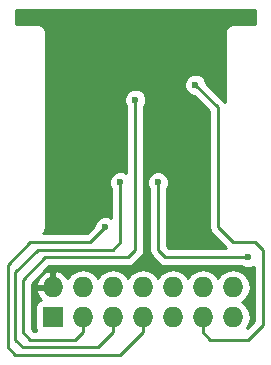
<source format=gbr>
G04 #@! TF.FileFunction,Copper,L2,Bot,Signal*
%FSLAX46Y46*%
G04 Gerber Fmt 4.6, Leading zero omitted, Abs format (unit mm)*
G04 Created by KiCad (PCBNEW 0.201506122246+5743~23~ubuntu14.04.1-product) date Mon 22 Jun 2015 14:25:25 BST*
%MOMM*%
G01*
G04 APERTURE LIST*
%ADD10C,0.100000*%
%ADD11R,1.727200X1.727200*%
%ADD12O,1.727200X1.727200*%
%ADD13C,0.600000*%
%ADD14C,0.250000*%
%ADD15C,0.254000*%
G04 APERTURE END LIST*
D10*
D11*
X39370000Y-59690000D03*
D12*
X39370000Y-57150000D03*
X41910000Y-59690000D03*
X41910000Y-57150000D03*
X44450000Y-59690000D03*
X44450000Y-57150000D03*
X46990000Y-59690000D03*
X46990000Y-57150000D03*
X49530000Y-59690000D03*
X49530000Y-57150000D03*
X52070000Y-59690000D03*
X52070000Y-57150000D03*
X54610000Y-59690000D03*
X54610000Y-57150000D03*
D13*
X46355000Y-41275000D03*
X45085000Y-48260000D03*
X43815000Y-52070000D03*
X55880000Y-54610000D03*
X48260000Y-48260000D03*
X51435000Y-40005000D03*
D14*
X45720000Y-54610000D02*
X46355000Y-53975000D01*
X43815000Y-54610000D02*
X45720000Y-54610000D01*
X41910000Y-59690000D02*
X41910000Y-60960000D01*
X36830000Y-56515000D02*
X38735000Y-54610000D01*
X36830000Y-60960000D02*
X36830000Y-56515000D01*
X37465000Y-61595000D02*
X36830000Y-60960000D01*
X38100000Y-61595000D02*
X37465000Y-61595000D01*
X41275000Y-61595000D02*
X38100000Y-61595000D01*
X41910000Y-60960000D02*
X41275000Y-61595000D01*
X38735000Y-54610000D02*
X43815000Y-54610000D01*
X46355000Y-53975000D02*
X46355000Y-41275000D01*
X45085000Y-53340000D02*
X45085000Y-48260000D01*
X36195000Y-55880000D02*
X38100000Y-53975000D01*
X44450000Y-60960000D02*
X43180000Y-62230000D01*
X43180000Y-62230000D02*
X37465000Y-62230000D01*
X37465000Y-62230000D02*
X36830000Y-62230000D01*
X36830000Y-62230000D02*
X36195000Y-61595000D01*
X36195000Y-61595000D02*
X36195000Y-55880000D01*
X44450000Y-59690000D02*
X44450000Y-60960000D01*
X42995002Y-53975000D02*
X44450000Y-53975000D01*
X38100000Y-53975000D02*
X42995002Y-53975000D01*
X44450000Y-53975000D02*
X45085000Y-53340000D01*
X42545000Y-53340000D02*
X37465000Y-53340000D01*
X46990000Y-59690000D02*
X46990000Y-60960000D01*
X35560000Y-62230000D02*
X35560000Y-55245000D01*
X36195000Y-62865000D02*
X35560000Y-62230000D01*
X36830000Y-62865000D02*
X36195000Y-62865000D01*
X45085000Y-62865000D02*
X36830000Y-62865000D01*
X46990000Y-60960000D02*
X45085000Y-62865000D01*
X35560000Y-55245000D02*
X37465000Y-53340000D01*
X43815000Y-52070000D02*
X42545000Y-53340000D01*
X55245000Y-54610000D02*
X48895000Y-54610000D01*
X48260000Y-48260000D02*
X48260000Y-53975000D01*
X48895000Y-54610000D02*
X48260000Y-53975000D01*
X55245000Y-54610000D02*
X55880000Y-54610000D01*
X57150000Y-60325000D02*
X57150000Y-53975000D01*
X57150000Y-53975000D02*
X56515000Y-53340000D01*
X56515000Y-53340000D02*
X55880000Y-53340000D01*
X53340000Y-52070000D02*
X54610000Y-53340000D01*
X52070000Y-60960000D02*
X52705000Y-61595000D01*
X52705000Y-61595000D02*
X55880000Y-61595000D01*
X55880000Y-61595000D02*
X57150000Y-60325000D01*
X53340000Y-52070000D02*
X53340000Y-41910000D01*
X53340000Y-41910000D02*
X51435000Y-40005000D01*
X52070000Y-59690000D02*
X52070000Y-60960000D01*
X54610000Y-53340000D02*
X55880000Y-53340000D01*
X57150000Y-60325000D02*
X57150000Y-60325000D01*
D15*
G36*
X56465000Y-34875000D02*
X56465000Y-34875000D01*
X54610000Y-34875000D01*
X54347862Y-34927143D01*
X54125632Y-35075632D01*
X53977143Y-35297862D01*
X53925000Y-35560000D01*
X53925000Y-41443836D01*
X53877401Y-41372599D01*
X52370122Y-39865320D01*
X52370162Y-39819833D01*
X52228117Y-39476057D01*
X51965327Y-39212808D01*
X51621799Y-39070162D01*
X51249833Y-39069838D01*
X50906057Y-39211883D01*
X50642808Y-39474673D01*
X50500162Y-39818201D01*
X50499838Y-40190167D01*
X50641883Y-40533943D01*
X50904673Y-40797192D01*
X51248201Y-40939838D01*
X51295077Y-40939879D01*
X52580000Y-42224802D01*
X52580000Y-52070000D01*
X52637852Y-52360839D01*
X52802599Y-52607401D01*
X54045198Y-53850000D01*
X49209802Y-53850000D01*
X49020000Y-53660198D01*
X49020000Y-48822463D01*
X49052192Y-48790327D01*
X49194838Y-48446799D01*
X49195162Y-48074833D01*
X49053117Y-47731057D01*
X48790327Y-47467808D01*
X48446799Y-47325162D01*
X48074833Y-47324838D01*
X47731057Y-47466883D01*
X47467808Y-47729673D01*
X47325162Y-48073201D01*
X47324838Y-48445167D01*
X47466883Y-48788943D01*
X47500000Y-48822118D01*
X47500000Y-53975000D01*
X47557852Y-54265839D01*
X47722599Y-54512401D01*
X48357599Y-55147401D01*
X48604161Y-55312148D01*
X48895000Y-55370000D01*
X55317537Y-55370000D01*
X55349673Y-55402192D01*
X55693201Y-55544838D01*
X56065167Y-55545162D01*
X56390000Y-55410944D01*
X56390000Y-60010198D01*
X55767335Y-60632863D01*
X55994526Y-60292848D01*
X56108600Y-59719359D01*
X56108600Y-59660641D01*
X55994526Y-59087152D01*
X55669670Y-58600971D01*
X55398828Y-58420000D01*
X55669670Y-58239029D01*
X55994526Y-57752848D01*
X56108600Y-57179359D01*
X56108600Y-57120641D01*
X55994526Y-56547152D01*
X55669670Y-56060971D01*
X55183489Y-55736115D01*
X54610000Y-55622041D01*
X54036511Y-55736115D01*
X53550330Y-56060971D01*
X53340000Y-56375752D01*
X53129670Y-56060971D01*
X52643489Y-55736115D01*
X52070000Y-55622041D01*
X51496511Y-55736115D01*
X51010330Y-56060971D01*
X50800000Y-56375752D01*
X50589670Y-56060971D01*
X50103489Y-55736115D01*
X49530000Y-55622041D01*
X48956511Y-55736115D01*
X48470330Y-56060971D01*
X48260000Y-56375752D01*
X48049670Y-56060971D01*
X47563489Y-55736115D01*
X46990000Y-55622041D01*
X46416511Y-55736115D01*
X45930330Y-56060971D01*
X45720000Y-56375752D01*
X45509670Y-56060971D01*
X45023489Y-55736115D01*
X44450000Y-55622041D01*
X43876511Y-55736115D01*
X43390330Y-56060971D01*
X43180000Y-56375752D01*
X42969670Y-56060971D01*
X42483489Y-55736115D01*
X41910000Y-55622041D01*
X41336511Y-55736115D01*
X40850330Y-56060971D01*
X40634336Y-56384228D01*
X40576821Y-56261510D01*
X40144947Y-55867312D01*
X39729026Y-55695042D01*
X39497000Y-55816183D01*
X39497000Y-57023000D01*
X39517000Y-57023000D01*
X39517000Y-57277000D01*
X39497000Y-57277000D01*
X39497000Y-57297000D01*
X39243000Y-57297000D01*
X39243000Y-57277000D01*
X38035531Y-57277000D01*
X37915032Y-57509027D01*
X38163179Y-58038490D01*
X38350264Y-58209254D01*
X38264277Y-58225937D01*
X38051473Y-58365727D01*
X37909023Y-58576760D01*
X37858960Y-58826400D01*
X37858960Y-60553600D01*
X37905937Y-60795723D01*
X37931738Y-60835000D01*
X37779802Y-60835000D01*
X37590000Y-60645198D01*
X37590000Y-56829802D01*
X38724760Y-55695042D01*
X39010974Y-55695042D01*
X38595053Y-55867312D01*
X38163179Y-56261510D01*
X37915032Y-56790973D01*
X38035531Y-57023000D01*
X39243000Y-57023000D01*
X39243000Y-55816183D01*
X39010974Y-55695042D01*
X38724760Y-55695042D01*
X39049802Y-55370000D01*
X45720000Y-55370000D01*
X46010839Y-55312148D01*
X46257401Y-55147401D01*
X46892401Y-54512401D01*
X47057148Y-54265839D01*
X47115000Y-53975000D01*
X47115000Y-41837463D01*
X47147192Y-41805327D01*
X47289838Y-41461799D01*
X47290162Y-41089833D01*
X47148117Y-40746057D01*
X46885327Y-40482808D01*
X46541799Y-40340162D01*
X46169833Y-40339838D01*
X45826057Y-40481883D01*
X45562808Y-40744673D01*
X45420162Y-41088201D01*
X45419838Y-41460167D01*
X45561883Y-41803943D01*
X45595000Y-41837118D01*
X45595000Y-47459367D01*
X45271799Y-47325162D01*
X44899833Y-47324838D01*
X44556057Y-47466883D01*
X44292808Y-47729673D01*
X44150162Y-48073201D01*
X44149838Y-48445167D01*
X44291883Y-48788943D01*
X44325000Y-48822118D01*
X44325000Y-51269367D01*
X44001799Y-51135162D01*
X43629833Y-51134838D01*
X43286057Y-51276883D01*
X43022808Y-51539673D01*
X42880162Y-51883201D01*
X42880121Y-51930077D01*
X42230198Y-52580000D01*
X38546007Y-52580000D01*
X38584368Y-52554368D01*
X38732857Y-52332138D01*
X38785000Y-52070000D01*
X38785000Y-35560000D01*
X38732857Y-35297862D01*
X38584368Y-35075632D01*
X38362138Y-34927143D01*
X38100000Y-34875000D01*
X36245000Y-34875000D01*
X36245000Y-33705000D01*
X56465000Y-33705000D01*
X56465000Y-34875000D01*
X56465000Y-34875000D01*
G37*
X56465000Y-34875000D02*
X56465000Y-34875000D01*
X54610000Y-34875000D01*
X54347862Y-34927143D01*
X54125632Y-35075632D01*
X53977143Y-35297862D01*
X53925000Y-35560000D01*
X53925000Y-41443836D01*
X53877401Y-41372599D01*
X52370122Y-39865320D01*
X52370162Y-39819833D01*
X52228117Y-39476057D01*
X51965327Y-39212808D01*
X51621799Y-39070162D01*
X51249833Y-39069838D01*
X50906057Y-39211883D01*
X50642808Y-39474673D01*
X50500162Y-39818201D01*
X50499838Y-40190167D01*
X50641883Y-40533943D01*
X50904673Y-40797192D01*
X51248201Y-40939838D01*
X51295077Y-40939879D01*
X52580000Y-42224802D01*
X52580000Y-52070000D01*
X52637852Y-52360839D01*
X52802599Y-52607401D01*
X54045198Y-53850000D01*
X49209802Y-53850000D01*
X49020000Y-53660198D01*
X49020000Y-48822463D01*
X49052192Y-48790327D01*
X49194838Y-48446799D01*
X49195162Y-48074833D01*
X49053117Y-47731057D01*
X48790327Y-47467808D01*
X48446799Y-47325162D01*
X48074833Y-47324838D01*
X47731057Y-47466883D01*
X47467808Y-47729673D01*
X47325162Y-48073201D01*
X47324838Y-48445167D01*
X47466883Y-48788943D01*
X47500000Y-48822118D01*
X47500000Y-53975000D01*
X47557852Y-54265839D01*
X47722599Y-54512401D01*
X48357599Y-55147401D01*
X48604161Y-55312148D01*
X48895000Y-55370000D01*
X55317537Y-55370000D01*
X55349673Y-55402192D01*
X55693201Y-55544838D01*
X56065167Y-55545162D01*
X56390000Y-55410944D01*
X56390000Y-60010198D01*
X55767335Y-60632863D01*
X55994526Y-60292848D01*
X56108600Y-59719359D01*
X56108600Y-59660641D01*
X55994526Y-59087152D01*
X55669670Y-58600971D01*
X55398828Y-58420000D01*
X55669670Y-58239029D01*
X55994526Y-57752848D01*
X56108600Y-57179359D01*
X56108600Y-57120641D01*
X55994526Y-56547152D01*
X55669670Y-56060971D01*
X55183489Y-55736115D01*
X54610000Y-55622041D01*
X54036511Y-55736115D01*
X53550330Y-56060971D01*
X53340000Y-56375752D01*
X53129670Y-56060971D01*
X52643489Y-55736115D01*
X52070000Y-55622041D01*
X51496511Y-55736115D01*
X51010330Y-56060971D01*
X50800000Y-56375752D01*
X50589670Y-56060971D01*
X50103489Y-55736115D01*
X49530000Y-55622041D01*
X48956511Y-55736115D01*
X48470330Y-56060971D01*
X48260000Y-56375752D01*
X48049670Y-56060971D01*
X47563489Y-55736115D01*
X46990000Y-55622041D01*
X46416511Y-55736115D01*
X45930330Y-56060971D01*
X45720000Y-56375752D01*
X45509670Y-56060971D01*
X45023489Y-55736115D01*
X44450000Y-55622041D01*
X43876511Y-55736115D01*
X43390330Y-56060971D01*
X43180000Y-56375752D01*
X42969670Y-56060971D01*
X42483489Y-55736115D01*
X41910000Y-55622041D01*
X41336511Y-55736115D01*
X40850330Y-56060971D01*
X40634336Y-56384228D01*
X40576821Y-56261510D01*
X40144947Y-55867312D01*
X39729026Y-55695042D01*
X39497000Y-55816183D01*
X39497000Y-57023000D01*
X39517000Y-57023000D01*
X39517000Y-57277000D01*
X39497000Y-57277000D01*
X39497000Y-57297000D01*
X39243000Y-57297000D01*
X39243000Y-57277000D01*
X38035531Y-57277000D01*
X37915032Y-57509027D01*
X38163179Y-58038490D01*
X38350264Y-58209254D01*
X38264277Y-58225937D01*
X38051473Y-58365727D01*
X37909023Y-58576760D01*
X37858960Y-58826400D01*
X37858960Y-60553600D01*
X37905937Y-60795723D01*
X37931738Y-60835000D01*
X37779802Y-60835000D01*
X37590000Y-60645198D01*
X37590000Y-56829802D01*
X38724760Y-55695042D01*
X39010974Y-55695042D01*
X38595053Y-55867312D01*
X38163179Y-56261510D01*
X37915032Y-56790973D01*
X38035531Y-57023000D01*
X39243000Y-57023000D01*
X39243000Y-55816183D01*
X39010974Y-55695042D01*
X38724760Y-55695042D01*
X39049802Y-55370000D01*
X45720000Y-55370000D01*
X46010839Y-55312148D01*
X46257401Y-55147401D01*
X46892401Y-54512401D01*
X47057148Y-54265839D01*
X47115000Y-53975000D01*
X47115000Y-41837463D01*
X47147192Y-41805327D01*
X47289838Y-41461799D01*
X47290162Y-41089833D01*
X47148117Y-40746057D01*
X46885327Y-40482808D01*
X46541799Y-40340162D01*
X46169833Y-40339838D01*
X45826057Y-40481883D01*
X45562808Y-40744673D01*
X45420162Y-41088201D01*
X45419838Y-41460167D01*
X45561883Y-41803943D01*
X45595000Y-41837118D01*
X45595000Y-47459367D01*
X45271799Y-47325162D01*
X44899833Y-47324838D01*
X44556057Y-47466883D01*
X44292808Y-47729673D01*
X44150162Y-48073201D01*
X44149838Y-48445167D01*
X44291883Y-48788943D01*
X44325000Y-48822118D01*
X44325000Y-51269367D01*
X44001799Y-51135162D01*
X43629833Y-51134838D01*
X43286057Y-51276883D01*
X43022808Y-51539673D01*
X42880162Y-51883201D01*
X42880121Y-51930077D01*
X42230198Y-52580000D01*
X38546007Y-52580000D01*
X38584368Y-52554368D01*
X38732857Y-52332138D01*
X38785000Y-52070000D01*
X38785000Y-35560000D01*
X38732857Y-35297862D01*
X38584368Y-35075632D01*
X38362138Y-34927143D01*
X38100000Y-34875000D01*
X36245000Y-34875000D01*
X36245000Y-33705000D01*
X56465000Y-33705000D01*
X56465000Y-34875000D01*
M02*

</source>
